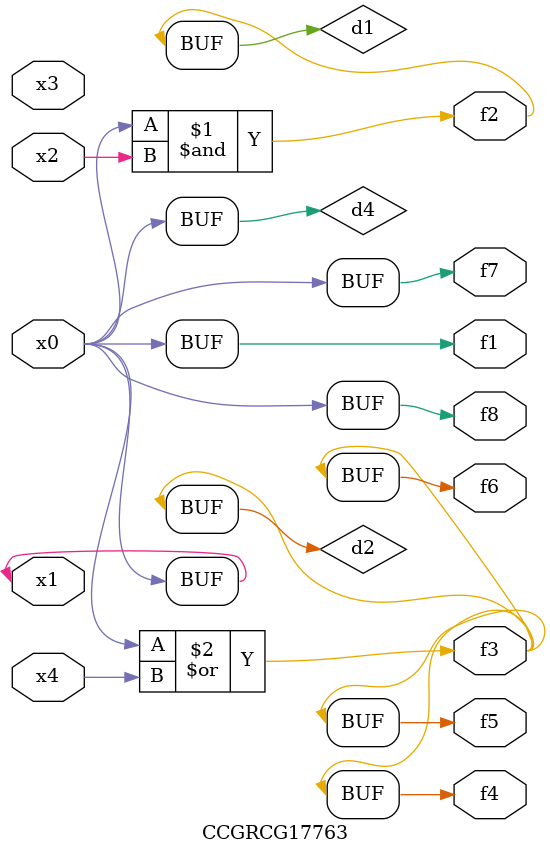
<source format=v>
module CCGRCG17763(
	input x0, x1, x2, x3, x4,
	output f1, f2, f3, f4, f5, f6, f7, f8
);

	wire d1, d2, d3, d4;

	and (d1, x0, x2);
	or (d2, x0, x4);
	nand (d3, x0, x2);
	buf (d4, x0, x1);
	assign f1 = d4;
	assign f2 = d1;
	assign f3 = d2;
	assign f4 = d2;
	assign f5 = d2;
	assign f6 = d2;
	assign f7 = d4;
	assign f8 = d4;
endmodule

</source>
